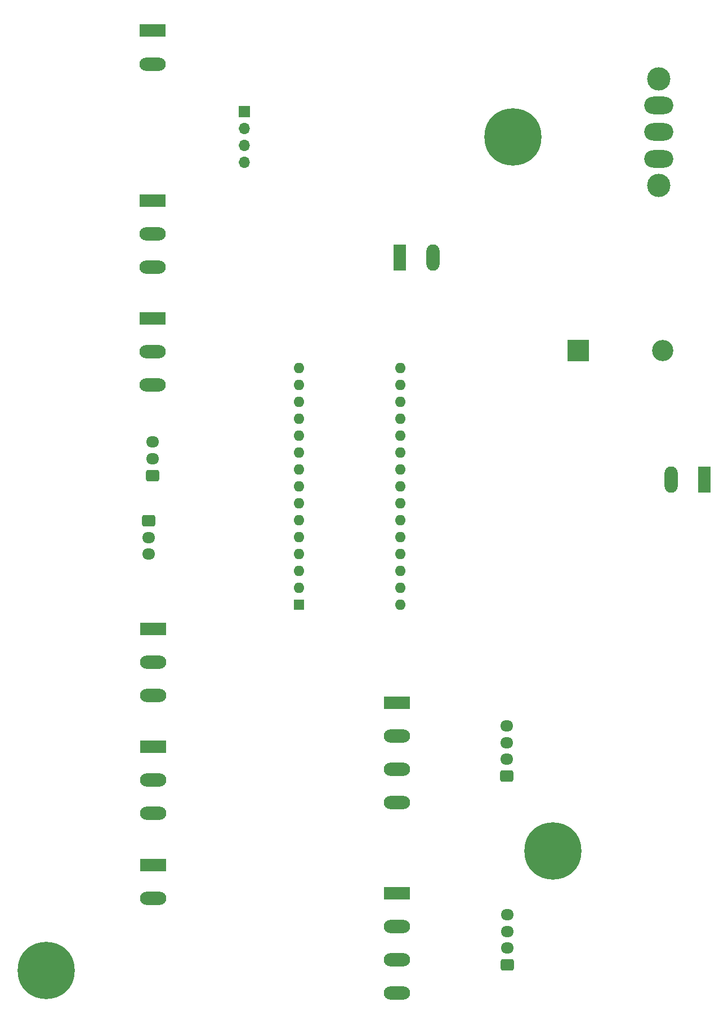
<source format=gbr>
%TF.GenerationSoftware,KiCad,Pcbnew,7.0.7-7.0.7~ubuntu22.04.1*%
%TF.CreationDate,2023-09-29T08:45:34-06:00*%
%TF.ProjectId,stepper_microscope_stage,73746570-7065-4725-9f6d-6963726f7363,9*%
%TF.SameCoordinates,Original*%
%TF.FileFunction,Copper,L1,Top*%
%TF.FilePolarity,Positive*%
%FSLAX46Y46*%
G04 Gerber Fmt 4.6, Leading zero omitted, Abs format (unit mm)*
G04 Created by KiCad (PCBNEW 7.0.7-7.0.7~ubuntu22.04.1) date 2023-09-29 08:45:34*
%MOMM*%
%LPD*%
G01*
G04 APERTURE LIST*
G04 Aperture macros list*
%AMRoundRect*
0 Rectangle with rounded corners*
0 $1 Rounding radius*
0 $2 $3 $4 $5 $6 $7 $8 $9 X,Y pos of 4 corners*
0 Add a 4 corners polygon primitive as box body*
4,1,4,$2,$3,$4,$5,$6,$7,$8,$9,$2,$3,0*
0 Add four circle primitives for the rounded corners*
1,1,$1+$1,$2,$3*
1,1,$1+$1,$4,$5*
1,1,$1+$1,$6,$7*
1,1,$1+$1,$8,$9*
0 Add four rect primitives between the rounded corners*
20,1,$1+$1,$2,$3,$4,$5,0*
20,1,$1+$1,$4,$5,$6,$7,0*
20,1,$1+$1,$6,$7,$8,$9,0*
20,1,$1+$1,$8,$9,$2,$3,0*%
G04 Aperture macros list end*
%TA.AperFunction,ComponentPad*%
%ADD10O,1.950000X1.700000*%
%TD*%
%TA.AperFunction,ComponentPad*%
%ADD11RoundRect,0.250000X0.725000X-0.600000X0.725000X0.600000X-0.725000X0.600000X-0.725000X-0.600000X0*%
%TD*%
%TA.AperFunction,ComponentPad*%
%ADD12R,3.960000X1.980000*%
%TD*%
%TA.AperFunction,ComponentPad*%
%ADD13O,3.960000X1.980000*%
%TD*%
%TA.AperFunction,ComponentPad*%
%ADD14C,8.600000*%
%TD*%
%TA.AperFunction,WasherPad*%
%ADD15C,3.500000*%
%TD*%
%TA.AperFunction,ComponentPad*%
%ADD16O,4.375000X2.625000*%
%TD*%
%TA.AperFunction,ComponentPad*%
%ADD17RoundRect,0.250000X-0.725000X0.600000X-0.725000X-0.600000X0.725000X-0.600000X0.725000X0.600000X0*%
%TD*%
%TA.AperFunction,ComponentPad*%
%ADD18O,1.700000X1.700000*%
%TD*%
%TA.AperFunction,ComponentPad*%
%ADD19R,1.700000X1.700000*%
%TD*%
%TA.AperFunction,ComponentPad*%
%ADD20R,3.200000X3.200000*%
%TD*%
%TA.AperFunction,ComponentPad*%
%ADD21O,3.200000X3.200000*%
%TD*%
%TA.AperFunction,ComponentPad*%
%ADD22R,1.600000X1.600000*%
%TD*%
%TA.AperFunction,ComponentPad*%
%ADD23O,1.600000X1.600000*%
%TD*%
%TA.AperFunction,ComponentPad*%
%ADD24R,1.980000X3.960000*%
%TD*%
%TA.AperFunction,ComponentPad*%
%ADD25O,1.980000X3.960000*%
%TD*%
G04 APERTURE END LIST*
D10*
%TO.P,J5,4,Pin_4*%
%TO.N,Net-(J3-Pin_1)*%
X123050000Y-127300000D03*
%TO.P,J5,3,Pin_3*%
%TO.N,Net-(J3-Pin_2)*%
X123050000Y-129800000D03*
%TO.P,J5,2,Pin_2*%
%TO.N,Net-(J3-Pin_3)*%
X123050000Y-132300000D03*
D11*
%TO.P,J5,1,Pin_1*%
%TO.N,Net-(J3-Pin_4)*%
X123050000Y-134800000D03*
%TD*%
D12*
%TO.P,J3,1,Pin_1*%
%TO.N,Net-(J3-Pin_1)*%
X106550000Y-123790000D03*
D13*
%TO.P,J3,2,Pin_2*%
%TO.N,Net-(J3-Pin_2)*%
X106550000Y-128790000D03*
%TO.P,J3,3,Pin_3*%
%TO.N,Net-(J3-Pin_3)*%
X106550000Y-133790000D03*
%TO.P,J3,4,Pin_4*%
%TO.N,Net-(J3-Pin_4)*%
X106550000Y-138790000D03*
%TD*%
D14*
%TO.P,H3,1*%
%TO.N,N/C*%
X53750000Y-164000000D03*
%TD*%
%TO.P,H1,1*%
%TO.N,N/C*%
X124000000Y-38750000D03*
%TD*%
%TO.P,H1,1*%
%TO.N,N/C*%
X130000000Y-146050000D03*
%TD*%
D15*
%TO.P,SW1,*%
%TO.N,*%
X145905000Y-46055000D03*
X145905000Y-30055000D03*
D16*
%TO.P,SW1,1,A*%
%TO.N,+24V*%
X145905000Y-42055000D03*
%TO.P,SW1,2,B*%
X145905000Y-38055000D03*
%TO.P,SW1,3,C*%
%TO.N,unconnected-(SW1-C-Pad3)*%
X145905000Y-34055000D03*
%TD*%
D12*
%TO.P,J2,1,Pin_1*%
%TO.N,Net-(J2-Pin_1)*%
X106540000Y-152400000D03*
D13*
%TO.P,J2,2,Pin_2*%
%TO.N,Net-(J2-Pin_2)*%
X106540000Y-157400000D03*
%TO.P,J2,3,Pin_3*%
%TO.N,Net-(J2-Pin_3)*%
X106540000Y-162400000D03*
%TO.P,J2,4,Pin_4*%
%TO.N,Net-(J2-Pin_4)*%
X106540000Y-167400000D03*
%TD*%
D17*
%TO.P,LIMIT2,1,Pin_1*%
%TO.N,+5V*%
X69200000Y-96450000D03*
D10*
%TO.P,LIMIT2,2,Pin_2*%
%TO.N,Net-(A1-D3)*%
X69200000Y-98950000D03*
%TO.P,LIMIT2,3,Pin_3*%
%TO.N,GND*%
X69200000Y-101450000D03*
%TD*%
D12*
%TO.P,STEPSIGGND2,1,Pin_1*%
%TO.N,GND*%
X69910816Y-130422144D03*
D13*
%TO.P,STEPSIGGND2,2,Pin_2*%
X69910816Y-135422144D03*
%TO.P,STEPSIGGND2,3,Pin_3*%
X69910816Y-140422144D03*
%TD*%
D12*
%TO.P,STEPSIG1,1,Pin_1*%
%TO.N,Net-(A1-D12)*%
X69750000Y-48322144D03*
D13*
%TO.P,STEPSIG1,2,Pin_2*%
%TO.N,Net-(A1-D11)*%
X69750000Y-53322144D03*
%TO.P,STEPSIG1,3,Pin_3*%
%TO.N,Net-(A1-D10)*%
X69750000Y-58322144D03*
%TD*%
D18*
%TO.P,J2,4,Pin_4*%
%TO.N,Net-(A1-A5)*%
X83600000Y-42595000D03*
%TO.P,J2,3,Pin_3*%
%TO.N,Net-(A1-A4)*%
X83600000Y-40055000D03*
%TO.P,J2,2,Pin_2*%
%TO.N,+5V*%
X83600000Y-37515000D03*
D19*
%TO.P,J2,1,Pin_1*%
%TO.N,GND*%
X83600000Y-34975000D03*
%TD*%
D12*
%TO.P,STEPGND1,1,Pin_1*%
%TO.N,GND*%
X69900816Y-148202144D03*
D13*
%TO.P,STEPGND1,2,Pin_2*%
X69900816Y-153202144D03*
%TD*%
D12*
%TO.P,STEPSIGGND1,1,Pin_1*%
%TO.N,GND*%
X69910816Y-112672144D03*
D13*
%TO.P,STEPSIGGND1,2,Pin_2*%
X69910816Y-117672144D03*
%TO.P,STEPSIGGND1,3,Pin_3*%
X69910816Y-122672144D03*
%TD*%
D11*
%TO.P,LIMIT1,1,Pin_1*%
%TO.N,+5V*%
X69810000Y-89632856D03*
D10*
%TO.P,LIMIT1,2,Pin_2*%
%TO.N,Net-(A1-D4)*%
X69810000Y-87132856D03*
%TO.P,LIMIT1,3,Pin_3*%
%TO.N,GND*%
X69810000Y-84632856D03*
%TD*%
D12*
%TO.P,STEPPWR1,1,Pin_1*%
%TO.N,+24V*%
X69750000Y-22825000D03*
D13*
%TO.P,STEPPWR1,2,Pin_2*%
X69750000Y-27825000D03*
%TD*%
D20*
%TO.P,D1,1,K*%
%TO.N,Net-(D1-K)*%
X133800000Y-70850000D03*
D21*
%TO.P,D1,2,A*%
%TO.N,GND*%
X146500000Y-70850000D03*
%TD*%
D22*
%TO.P,A1,1,D1/TX*%
%TO.N,unconnected-(A1-D1{slash}TX-Pad1)*%
X91790000Y-109047144D03*
D23*
%TO.P,A1,2,D0/RX*%
%TO.N,unconnected-(A1-D0{slash}RX-Pad2)*%
X91790000Y-106507144D03*
%TO.P,A1,3,~{RESET}*%
%TO.N,unconnected-(A1-~{RESET}-Pad3)*%
X91790000Y-103967144D03*
%TO.P,A1,4,GND*%
%TO.N,GND*%
X91790000Y-101427144D03*
%TO.P,A1,5,D2*%
%TO.N,unconnected-(A1-D2-Pad5)*%
X91790000Y-98887144D03*
%TO.P,A1,6,D3*%
%TO.N,Net-(A1-D3)*%
X91790000Y-96347144D03*
%TO.P,A1,7,D4*%
%TO.N,Net-(A1-D4)*%
X91790000Y-93807144D03*
%TO.P,A1,8,D5*%
%TO.N,unconnected-(A1-D5-Pad8)*%
X91790000Y-91267144D03*
%TO.P,A1,9,D6*%
%TO.N,unconnected-(A1-D6-Pad9)*%
X91790000Y-88727144D03*
%TO.P,A1,10,D7*%
%TO.N,Net-(A1-D7)*%
X91790000Y-86187144D03*
%TO.P,A1,11,D8*%
%TO.N,Net-(A1-D8)*%
X91790000Y-83647144D03*
%TO.P,A1,12,D9*%
%TO.N,Net-(A1-D9)*%
X91790000Y-81107144D03*
%TO.P,A1,13,D10*%
%TO.N,Net-(A1-D10)*%
X91790000Y-78567144D03*
%TO.P,A1,14,D11*%
%TO.N,Net-(A1-D11)*%
X91790000Y-76027144D03*
%TO.P,A1,15,D12*%
%TO.N,Net-(A1-D12)*%
X91790000Y-73487144D03*
%TO.P,A1,16,D13*%
%TO.N,unconnected-(A1-D13-Pad16)*%
X107030000Y-73487144D03*
%TO.P,A1,17,3V3*%
%TO.N,unconnected-(A1-3V3-Pad17)*%
X107030000Y-76027144D03*
%TO.P,A1,18,AREF*%
%TO.N,unconnected-(A1-AREF-Pad18)*%
X107030000Y-78567144D03*
%TO.P,A1,19,A0*%
%TO.N,Net-(A1-A0)*%
X107030000Y-81107144D03*
%TO.P,A1,20,A1*%
%TO.N,Net-(A1-A1)*%
X107030000Y-83647144D03*
%TO.P,A1,21,A2*%
%TO.N,unconnected-(A1-A2-Pad21)*%
X107030000Y-86187144D03*
%TO.P,A1,22,A3*%
%TO.N,unconnected-(A1-A3-Pad22)*%
X107030000Y-88727144D03*
%TO.P,A1,23,A4*%
%TO.N,Net-(A1-A4)*%
X107030000Y-91267144D03*
%TO.P,A1,24,A5*%
%TO.N,Net-(A1-A5)*%
X107030000Y-93807144D03*
%TO.P,A1,25,A6*%
%TO.N,unconnected-(A1-A6-Pad25)*%
X107030000Y-96347144D03*
%TO.P,A1,26,A7*%
%TO.N,unconnected-(A1-A7-Pad26)*%
X107030000Y-98887144D03*
%TO.P,A1,27,+5V*%
%TO.N,unconnected-(A1-+5V-Pad27)*%
X107030000Y-101427144D03*
%TO.P,A1,28,~{RESET}*%
%TO.N,unconnected-(A1-~{RESET}-Pad28)*%
X107030000Y-103967144D03*
%TO.P,A1,29,GND*%
%TO.N,unconnected-(A1-GND-Pad29)*%
X107030000Y-106507144D03*
%TO.P,A1,30,VIN*%
%TO.N,+5V*%
X107030000Y-109047144D03*
%TD*%
D24*
%TO.P,JOYIN1,1,Pin_1*%
%TO.N,Net-(A1-A0)*%
X106985000Y-56950000D03*
D25*
%TO.P,JOYIN1,2,Pin_2*%
%TO.N,Net-(A1-A1)*%
X111985000Y-56950000D03*
%TD*%
D13*
%TO.P,STEPSIG2,3,Pin_3*%
%TO.N,Net-(A1-D7)*%
X69750000Y-76072144D03*
%TO.P,STEPSIG2,2,Pin_2*%
%TO.N,Net-(A1-D8)*%
X69750000Y-71072144D03*
D12*
%TO.P,STEPSIG2,1,Pin_1*%
%TO.N,Net-(A1-D9)*%
X69750000Y-66072144D03*
%TD*%
D11*
%TO.P,J4,1,Pin_1*%
%TO.N,Net-(J2-Pin_4)*%
X123090000Y-163160000D03*
D10*
%TO.P,J4,2,Pin_2*%
%TO.N,Net-(J2-Pin_3)*%
X123090000Y-160660000D03*
%TO.P,J4,3,Pin_3*%
%TO.N,Net-(J2-Pin_2)*%
X123090000Y-158160000D03*
%TO.P,J4,4,Pin_4*%
%TO.N,Net-(J2-Pin_1)*%
X123090000Y-155660000D03*
%TD*%
D25*
%TO.P,VIN1,2,Pin_2*%
%TO.N,GND*%
X147765000Y-90225000D03*
D24*
%TO.P,VIN1,1,Pin_1*%
%TO.N,+24V*%
X152765000Y-90225000D03*
%TD*%
M02*

</source>
